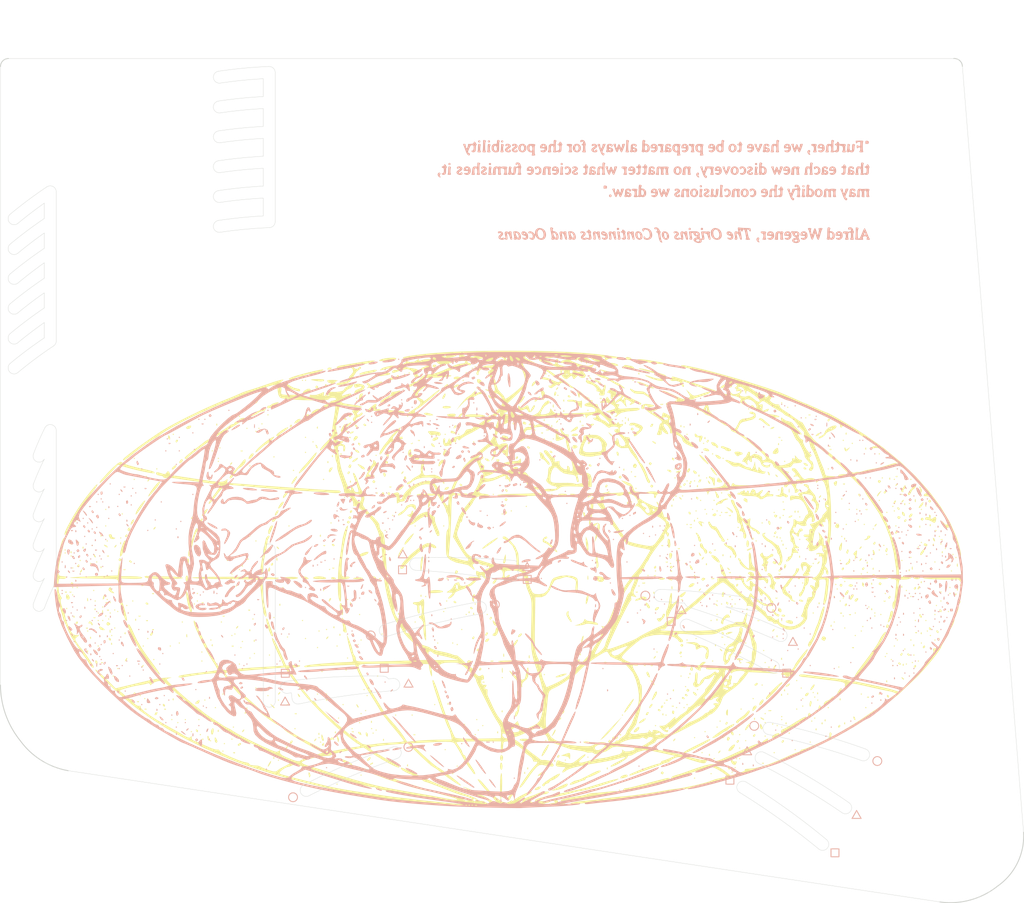
<source format=kicad_pcb>
(kicad_pcb (version 20210228) (generator pcbnew)
  (title_block (rev "1") (company "@e3w2q"))
  (layers (0 "F.Cu" signal) (31 "B.Cu" signal) (34 "B.Paste" user) (35 "F.Paste" user) (36 "B.SilkS" user "B.Silkscreen") (37 "F.SilkS" user "F.Silkscreen") (38 "B.Mask" user) (39 "F.Mask" user) (44 "Edge.Cuts" user))
  (net 0 "")
  (footprint "#footprint:M2_Hole" (layer "F.Cu") (at 219.075 126.0475)
    (fp_text reference "H1" hide)
    (fp_text value "MountingHole" hide)
    (pad "" np_thru_hole circle (at 0 0) (size 1.9 1.9) (drill 1.9) (layers F&B.Cu *.Mask))
  )
  (footprint "#footprint:M2_Hole" (layer "F.Cu") (at 123.825 25.0031)
    (fp_text reference "H5" hide)
    (fp_text value "MountingHole" hide)
    (pad "" np_thru_hole circle (at 0 0) (size 1.9 1.9) (drill 1.9) (layers F&B.Cu *.Mask))
  )
  (footprint "#footprint:M2_Hole" (layer "F.Cu") (at 207.9625 27.3844)
    (fp_text reference "H1" hide)
    (fp_text value "MountingHole" hide)
    (pad "" np_thru_hole circle (at 0 0) (size 1.9 1.9) (drill 1.9) (layers F&B.Cu *.Mask))
  )
  (footprint "#footprint:M2_Hole" (layer "F.Cu") (at 209.55 5.715)
    (fp_text reference "H1" hide)
    (fp_text value "MountingHole" hide)
    (pad "" np_thru_hole circle (at 0 0) (size 1.9 1.9) (drill 1.9) (layers F&B.Cu *.Mask))
  )
  (footprint "#footprint:M2_Hole" (layer "F.Cu") (at 161.925 65.4844)
    (fp_text reference "H3" hide)
    (fp_text value "MountingHole" hide)
    (pad "" np_thru_hole circle (at 0 0) (size 1.9 1.9) (drill 1.9) (layers F&B.Cu *.Mask))
  )
  (footprint "#footprint:pangaea_1" (layer "F.Cu") (at 139.3825 85.4075)
    (fp_text reference "G***")
    (fp_text value "LOGO" hide)
  )
  (footprint "#footprint:M2_Hole" (layer "F.Cu") (at 161.925 27.3844)
    (fp_text reference "H6" hide)
    (fp_text value "MountingHole" hide)
    (pad "" np_thru_hole circle (at 0 0) (size 1.9 1.9) (drill 1.9) (layers F&B.Cu *.Mask))
  )
  (footprint "#footprint:M2_Hole" (layer "F.Cu") (at 207.9625 57.9437)
    (fp_text reference "H2" hide)
    (fp_text value "MountingHole" hide)
    (pad "" np_thru_hole circle (at 0 0) (size 1.9 1.9) (drill 1.9) (layers F&B.Cu *.Mask))
  )
  (footprint "#footprint:M2_Hole" (layer "F.Cu") (at 123.825 63.1031)
    (fp_text reference "H4" hide)
    (fp_text value "MountingHole" hide)
    (pad "" np_thru_hole circle (at 0 0) (size 1.9 1.9) (drill 1.9) (layers F&B.Cu *.Mask))
  )
  (footprint "#footprint:pangaea_2" (layer "B.Cu") (at 139.3825 85.4075 180)
    (fp_text reference "G***")
    (fp_text value "LOGO" hide)
  )
  (footprint "#footprint:wegener_quote" (layer "B.Cu") (at 162.8775 23.8125 180)
    (fp_text reference "G***")
    (fp_text value "LOGO" hide)
  )
  (gr_line (start 177.125313 113.665) (end 178.554063 113.665) (layer "B.SilkS") (width 0.15))
  (gr_line (start 166.647813 91.1225) (end 168.076563 91.1225) (layer "B.SilkS") (width 0.15))
  (gr_line (start 122.912188 80.9625) (end 122.197813 82.2325) (layer "B.SilkS") (width 0.15))
  (gr_rect (start 183.515 100.0125) (end 184.785 101.2825) (layer "B.SilkS") (width 0.15) (fill none))
  (gr_line (start 195.302188 122.555) (end 194.587813 123.825) (layer "B.SilkS") (width 0.15))
  (gr_line (start 142.756518 82.978938) (end 142.042143 84.248938) (layer "B.SilkS") (width 0.15))
  (gr_line (start 185.142188 94.9325) (end 184.427813 96.2025) (layer "B.SilkS") (width 0.15))
  (gr_line (start 124.539375 102.87) (end 123.825 101.6) (layer "B.SilkS") (width 0.15))
  (gr_rect (start 174.458572 117.093259) (end 175.728572 118.363259) (layer "B.SilkS") (width 0.15) (fill none))
  (gr_line (start 122.197813 82.2325) (end 123.626563 82.2325) (layer "B.SilkS") (width 0.15))
  (gr_circle (center 123.808677 112.419442) (end 124.518629 112.419442) (layer "B.SilkS") (width 0.15) (fill none))
  (gr_rect (start 165.1 91.7575) (end 166.37 93.0275) (layer "B.SilkS") (width 0.15) (fill none))
  (gr_rect (start 119.317445 99.230929) (end 120.587445 100.500929) (layer "B.SilkS") (width 0.15) (fill none))
  (gr_line (start 184.427813 96.2025) (end 185.856563 96.2025) (layer "B.SilkS") (width 0.15))
  (gr_rect (start 142.131377 85.03573) (end 143.401377 86.30573) (layer "B.SilkS") (width 0.15) (fill none))
  (gr_line (start 168.076563 91.1225) (end 167.362188 89.8525) (layer "B.SilkS") (width 0.15))
  (gr_line (start 123.626563 82.2325) (end 122.912188 80.9625) (layer "B.SilkS") (width 0.15))
  (gr_line (start 143.470893 84.248938) (end 142.756518 82.978938) (layer "B.SilkS") (width 0.15))
  (gr_rect (start 122.237582 83.507885) (end 123.507582 84.777885) (layer "B.SilkS") (width 0.15) (fill none))
  (gr_circle (center 117.7925 94.615) (end 118.502452 94.615) (layer "B.SilkS") (width 0.15) (fill none))
  (gr_line (start 104.14 104.4575) (end 103.425625 105.7275) (layer "B.SilkS") (width 0.15))
  (gr_circle (center 181.715805 90.21615) (end 182.425757 90.21615) (layer "B.SilkS") (width 0.15) (fill none))
  (gr_circle (center 178.97221 109.04909) (end 179.682162 109.04909) (layer "B.SilkS") (width 0.15) (fill none))
  (gr_line (start 167.362188 89.8525) (end 166.647813 91.1225) (layer "B.SilkS") (width 0.15))
  (gr_line (start 178.554063 113.665) (end 177.839688 112.395) (layer "B.SilkS") (width 0.15))
  (gr_rect (start 191.217564 128.676777) (end 192.487564 129.946777) (layer "B.SilkS") (width 0.15) (fill none))
  (gr_circle (center 161.6075 88.265) (end 162.317452 88.265) (layer "B.SilkS") (width 0.15) (fill none))
  (gr_circle (center 105.402003 120.446384) (end 106.111955 120.446384) (layer "B.SilkS") (width 0.15) (fill none))
  (gr_circle (center 137.599586 89.689813) (end 138.309538 89.689813) (layer "B.SilkS") (width 0.15) (fill none))
  (gr_line (start 123.825 101.6) (end 123.110625 102.87) (layer "B.SilkS") (width 0.15))
  (gr_line (start 196.016563 123.825) (end 195.302188 122.555) (layer "B.SilkS") (width 0.15))
  (gr_line (start 123.110625 102.87) (end 124.539375 102.87) (layer "B.SilkS") (width 0.15))
  (gr_circle (center 198.607089 114.666033) (end 199.317041 114.666033) (layer "B.SilkS") (width 0.15) (fill none))
  (gr_line (start 177.839688 112.395) (end 177.125313 113.665) (layer "B.SilkS") (width 0.15))
  (gr_line (start 185.856563 96.2025) (end 185.142188 94.9325) (layer "B.SilkS") (width 0.15))
  (gr_rect (start 103.537232 100.028657) (end 104.807232 101.298657) (layer "B.SilkS") (width 0.15) (fill none))
  (gr_line (start 142.042143 84.248938) (end 143.470893 84.248938) (layer "B.SilkS") (width 0.15))
  (gr_line (start 194.587813 123.825) (end 196.016563 123.825) (layer "B.SilkS") (width 0.15))
  (gr_line (start 103.425625 105.7275) (end 104.854375 105.7275) (layer "B.SilkS") (width 0.15))
  (gr_line (start 104.854375 105.7275) (end 104.14 104.4575) (layer "B.SilkS") (width 0.15))
  (gr_arc (start 115.721304 218.187869) (end 189.274407 128.712934) (angle -7.66672271) (layer "Edge.Cuts") (width 0.05))
  (gr_arc (start 104.81179 95.499953) (end 100.65 18.14) (angle -5.302064445) (layer "Edge.Cuts") (width 0.05))
  (gr_arc (start 101.598805 4.7625) (end 102.5525 4.7625) (angle -92.86810549) (layer "Edge.Cuts") (width 0.05))
  (gr_line (start 100.65 5.76) (end 100.65 8.61) (layer "Edge.Cuts") (width 0.05))
  (gr_line (start 58.7375 3.81) (end 58.733747 102.5525) (layer "Edge.Cuts") (width 0.05))
  (gr_arc (start 104.402404 102.901946) (end 104.28 101.95) (angle -176.1132951) (layer "Edge.Cuts") (width 0.05))
  (gr_arc (start 102.46318 84.858045) (end 65.72 66.49) (angle -6.004613158) (layer "Edge.Cuts") (width 0.05))
  (gr_arc (start 127.126451 221.497996) (end 182.783027 95.478511) (angle -6.342811818) (layer "Edge.Cuts") (width 0.05))
  (gr_arc (start 154.656762 210.450325) (end 121.349171 112.42008) (angle -8.598049957) (layer "Edge.Cuts") (width 0.05))
  (gr_arc (start 64.891201 80.282897) (end 64.001858 79.931326) (angle -171.6425166) (layer "Edge.Cuts") (width 0.05))
  (gr_arc (start 168.860413 89.105925) (end 167.87 89.46) (angle -51.44910692) (layer "Edge.Cuts") (width 0.05))
  (gr_arc (start 129.341889 214.824592) (end 121.483776 103.441394) (angle -7.852070538) (layer "Edge.Cuts") (width 0.05))
  (gr_arc (start 104.733743 90.207761) (end 100.65 15.29) (angle -5.260598077) (layer "Edge.Cuts") (width 0.05))
  (gr_arc (start 104.702904 89.998356) (end 100.65 13.38) (angle -5.353138928) (layer "Edge.Cuts") (width 0.05))
  (gr_line (start 102.5525 80.9625) (end 102.574209 81.306749) (layer "Edge.Cuts") (width 0.05))
  (gr_line (start 208.5975 137.16) (end 69.5325 116.205) (layer "Edge.Cuts") (width 0.05))
  (gr_line (start 65.716396 35.149601) (end 65.720857 37.604647) (layer "Edge.Cuts") (width 0.05))
  (gr_arc (start 183.240278 94.617117) (end 182.783027 95.478511) (angle -177.2370691) (layer "Edge.Cuts") (width 0.05))
  (gr_arc (start 99.815858 89.273574) (end 65.720651 39.943856) (angle -5.03421477) (layer "Edge.Cuts") (width 0.05))
  (gr_arc (start 71.630719 104.370598) (end 61.9125 111.4425) (angle -43.90283148) (layer "Edge.Cuts") (width 0.15))
  (gr_arc (start 101.6 80.9625) (end 102.5525 80.9625) (angle -180) (layer "Edge.Cuts") (width 0.05))
  (gr_arc (start 105.921877 91.867316) (end 65.716396 35.149601) (angle -4.401289798) (layer "Edge.Cuts") (width 0.05))
  (gr_arc (start 157.239599 214.853769) (end 135.419681 91.156699) (angle -7.039742293) (layer "Edge.Cuts") (width 0.05))
  (gr_arc (start 118.379163 214.100426) (end 182.59 98.87) (angle -6.797450167) (layer "Edge.Cuts") (width 0.05))
  (gr_arc (start 60.913572 37.632346) (end 60.286715 36.908897) (angle -175.5464086) (layer "Edge.Cuts") (width 0.05))
  (gr_arc (start 125.00001 83.231026) (end 124.967039 82.249546) (angle -175.1388256) (layer "Edge.Cuts") (width 0.05))
  (gr_arc (start 103.524618 90.018312) (end 65.72 71.23) (angle -5.859643081) (layer "Edge.Cuts") (width 0.05))
  (gr_arc (start 106.2001 104.611954) (end 105.253389 104.756505) (angle -89.7631304) (layer "Edge.Cuts") (width 0.05))
  (gr_arc (start 210.885804 3.83097) (end 212.177903 3.773363) (angle -90.94672177) (layer "Edge.Cuts") (width 0.15))
  (gr_arc (start 101.598046 28.575) (end 101.659079 29.5275) (angle -86.33369119) (layer "Edge.Cuts") (width 0.05))
  (gr_arc (start 135.274104 90.192371) (end 135.419681 91.156699) (angle -181.6854553) (layer "Edge.Cuts") (width 0.05))
  (gr_arc (start 104.775 80.9625) (end 65.823122 61.481223) (angle -6.015286516) (layer "Edge.Cuts") (width 0.05))
  (gr_arc (start 177.17451 118.855539) (end 177.7 118.03) (angle -182.1255351) (layer "Edge.Cuts") (width 0.05))
  (gr_arc (start 104.599516 85.513749) (end 65.720035 28.07629) (angle -5.620714911) (layer "Edge.Cuts") (width 0.05))
  (gr_arc (start 193.537251 122.115444) (end 192.998474 122.925554) (angle -178.4043726) (layer "Edge.Cuts") (width 0.05))
  (gr_line (start 179.118709 90.712615) (end 174.452103 90.052496) (layer "Edge.Cuts") (width 0.05))
  (gr_arc (start 129.359626 215.376763) (end 140.647457 82.656246) (angle -6.751098225) (layer "Edge.Cuts") (width 0.05))
  (gr_arc (start 180.085492 114.160245) (end 180.537032 113.292048) (angle -182.1255351) (layer "Edge.Cuts") (width 0.05))
  (gr_arc (start 103.563726 93.791478) (end 65.720857 37.604647) (angle -5.747592294) (layer "Edge.Cuts") (width 0.05))
  (gr_arc (start 104.775 104.782858) (end 67.23291 48.394451) (angle -6.146591726) (layer "Edge.Cuts") (width 0.05))
  (gr_arc (start 158.674396 219.066068) (end 179.601719 88.823487) (angle -6.797450167) (layer "Edge.Cuts") (width 0.05))
  (gr_line (start 102.574209 81.306749) (end 102.574209 105.119249) (layer "Edge.Cuts") (width 0.05))
  (gr_arc (start 182.020587 99.661736) (end 181.49 100.48) (angle -177.2370691) (layer "Edge.Cuts") (width 0.05))
  (gr_arc (start 104.509523 93.449175) (end 100.65 20.06) (angle -5.374396917) (layer "Edge.Cuts") (width 0.05))
  (gr_arc (start 196.400638 113.658518) (end 196.089891 114.58047) (angle -178.4043726) (layer "Edge.Cuts") (width 0.05))
  (gr_arc (start 104.978511 106.155184) (end 100.65 27.66) (angle -5.233778184) (layer "Edge.Cuts") (width 0.05))
  (gr_arc (start 64.89041 70.766622) (end 64.000138 70.434427) (angle -171.2763999) (layer "Edge.Cuts") (width 0.05))
  (gr_line (start 100.6475 80.9625) (end 100.6475 104.775) (layer "Edge.Cuts") (width 0.05))
  (gr_arc (start 140.441251 84.978735) (end 140.27446 85.951355) (angle -138.5599743) (layer "Edge.Cuts") (width 0.05))
  (gr_arc (start 120.13294 93.831944) (end 119.848845 92.898294) (angle -180.436406) (layer "Edge.Cuts") (width 0.05))
  (gr_arc (start 104.775 80.9625) (end 66.144961 23.016511) (angle -6.016319027) (layer "Edge.Cuts") (width 0.05))
  (gr_arc (start 103.429187 103.154772) (end 65.72 47.13) (angle -5.770315718) (layer "Edge.Cuts") (width 0.05))
  (gr_arc (start 127.523517 218.470585) (end 192.998474 122.925554) (angle -7.66672271) (layer "Edge.Cuts") (width 0.05))
  (gr_arc (start 60.909261 32.87579) (end 60.281386 32.160409) (angle -177.7585352) (layer "Edge.Cuts") (width 0.05))
  (gr_arc (start 103.736787 94.859923) (end 65.72 75.98) (angle -5.818513558) (layer "Edge.Cuts") (width 0.05))
  (gr_arc (start 117.55058 204.630164) (end 119.78 101.12) (angle -8.598049957) (layer "Edge.Cuts") (width 0.05))
  (gr_line (start 100.65 15.29) (end 100.65 18.14) (layer "Edge.Cuts") (width 0.05))
  (gr_arc (start 115.061892 221.169153) (end 181.49 100.48) (angle -6.342811818) (layer "Edge.Cuts") (width 0.05))
  (gr_arc (start 60.007499 3.81) (end 60.0075 2.54) (angle -90) (layer "Edge.Cuts") (width 0.15))
  (gr_arc (start 104.256222 95.989221) (end 100.65 24.82) (angle -5.536847736) (layer "Edge.Cuts") (width 0.05))
  (gr_arc (start 104.775 104.775) (end 67.505514 86.186066) (angle -6.022493696) (layer "Edge.Cuts") (width 0.05))
  (gr_arc (start 104.372558 99.773264) (end 65.720886 44.684918) (angle -4.597082404) (layer "Edge.Cuts") (width 0.05))
  (gr_line (start 67.6275 61.9125) (end 67.6275 85.725) (layer "Edge.Cuts") (width 0.05))
  (gr_line (start 105.253389 104.756505) (end 105.137309 103.784677) (layer "Edge.Cuts") (width 0.05))
  (gr_arc (start 60.909774 42.396397) (end 60.284203 41.676935) (angle -179.06026) (layer "Edge.Cuts") (width 0.05))
  (gr_arc (start 105.037862 82.746776) (end 100.65 5.76) (angle -5.119848825) (layer "Edge.Cuts") (width 0.05))
  (gr_arc (start 60.909457 47.159763) (end 60.289048 46.434202) (angle -172.5105186) (layer "Edge.Cuts") (width 0.05))
  (gr_arc (start 104.775 80.9625) (end 101.551085 3.81) (angle -5.989827654) (layer "Edge.Cuts") (width 0.05))
  (gr_arc (start 121.683887 113.336538) (end 121.969126 114.269581) (angle -183.0647965) (layer "Edge.Cuts") (width 0.05))
  (gr_arc (start 93.648931 15.037608) (end 93.519641 14.092275) (angle -181.2191407) (layer "Edge.Cuts") (width 0.05))
  (gr_line (start 65.722302 25.627744) (end 65.720035 28.07629) (layer "Edge.Cuts") (width 0.05))
  (gr_arc (start 120.612739 211.218679) (end 190.51 127.21) (angle -8.269698177) (layer "Edge.Cuts") (width 0.05))
  (gr_line (start 210.806856 2.54) (end 60.0075 2.54) (layer "Edge.Cuts") (width 0.05))
  (gr_arc (start 104.826574 85.787122) (end 65.72258 30.386495) (angle -4.486562594) (layer "Edge.Cuts") (width 0.05))
  (gr_line (start 100.65 10.53) (end 100.65 13.38) (layer "Edge.Cuts") (width 0.05))
  (gr_arc (start 104.855131 86.2691) (end 100.65 8.61) (angle -5.282968855) (layer "Edge.Cuts") (width 0.05))
  (gr_arc (start 189.881739 127.952864) (end 189.274407 128.712934) (angle -178.4043726) (layer "Edge.Cuts") (width 0.05))
  (gr_arc (start 101.621709 105.119249) (end 100.669209 105.119249) (angle -180) (layer "Edge.Cuts") (width 0.05))
  (gr_arc (start 157.574812 223.816049) (end 196.089891 114.58047) (angle -7.66672271) (layer "Edge.Cuts") (width 0.05))
  (gr_arc (start 93.648198 24.559925) (end 93.52173 23.616107) (angle -181.5409064) (layer "Edge.Cuts") (width 0.05))
  (gr_arc (start 179.337435 89.762227) (end 179.118709 90.712615) (angle -177.2370691) (layer "Edge.Cuts") (width 0.05))
  (gr_line (start 100.65 24.82) (end 100.65 27.66) (layer "Edge.Cuts") (width 0.05))
  (gr_arc (start 60.911842 51.922152) (end 60.278298 51.205194) (angle -169.9869939) (layer "Edge.Cuts") (width 0.05))
  (gr_arc (start 93.651098 10.272167) (end 93.517432 9.327073) (angle -180.276669) (layer "Edge.Cuts") (width 0.05))
  (gr_line (start 67.6275 23.8125) (end 67.6275 47.625) (layer "Edge.Cuts") (width 0.05))
  (gr_arc (start 131.788934 211.101599) (end 194.098376 121.32065) (angle -8.269698177) (layer "Edge.Cuts") (width 0.05))
  (gr_line (start 120.59888 101.543302) (end 121.363632 101.494454) (layer "Edge.Cuts") (width 0.05))
  (gr_arc (start 66.679989 47.625) (end 67.23291 48.394451) (angle -54.29929449) (layer "Edge.Cuts") (width 0.05))
  (gr_arc (start 64.893058 85.051406) (end 64.007029 84.693866) (angle -171.9154129) (layer "Edge.Cuts") (width 0.05))
  (gr_arc (start 60.909567 28.107932) (end 60.284314 27.384554) (angle -178.4740068) (layer "Edge.Cuts") (width 0.05))
  (gr_arc (start 158.387573 219.823661) (end 121.969126 114.269581) (angle -7.852070538) (layer "Edge.Cuts") (width 0.05))
  (gr_arc (start 66.672543 23.8125) (end 67.6275 23.8125) (angle -123.5364418) (layer "Edge.Cuts") (width 0.05))
  (gr_arc (start 105.383499 100.745382) (end 65.718812 42.350807) (angle -5.516350234) (layer "Edge.Cuts") (width 0.05))
  (gr_arc (start 104.184599 89.776486) (end 65.720097 32.833635) (angle -5.665329786) (layer "Edge.Cuts") (width 0.05))
  (gr_arc (start 64.894814 66.002847) (end 63.996076 65.670403) (angle -169.7437727) (layer "Edge.Cuts") (width 0.05))
  (gr_arc (start 103.450088 104.277399) (end 65.72 85.53) (angle -5.837694098) (layer "Edge.Cuts") (width 0.05))
  (gr_arc (start 181.34828 109.455957) (end 181.559727 108.500476) (angle -182.1255351) (layer "Edge.Cuts") (width 0.05))
  (gr_arc (start 104.314574 80.407841) (end 65.722302 25.627744) (angle -4.531038042) (layer "Edge.Cuts") (width 0.05))
  (gr_arc (start 159.787656 215.594183) (end 196.736936 112.745576) (angle -8.269698177) (layer "Edge.Cuts") (width 0.05))
  (gr_arc (start 93.654291 5.513656) (end 93.517677 4.567642) (angle -180.3849007) (layer "Edge.Cuts") (width 0.05))
  (gr_arc (start 158.547618 220.352426) (end 135.100228 89.232745) (angle -6.751098225) (layer "Edge.Cuts") (width 0.05))
  (gr_line (start 221.9325 126.0475) (end 212.177903 3.773363) (layer "Edge.Cuts") (width 0.05))
  (gr_arc (start 64.890075 89.819433) (end 64.008855 89.464781) (angle -178.3747344) (layer "Edge.Cuts") (width 0.05))
  (gr_arc (start 104.57491 84.368296) (end 100.65 10.53) (angle -5.344616944) (layer "Edge.Cuts") (width 0.05))
  (gr_arc (start 159.753562 185.868326) (end 167.87 89.46) (angle -2.326332369) (layer "Edge.Cuts") (width 0.05))
  (gr_line (start 65.720651 39.943856) (end 65.718812 42.350807) (layer "Edge.Cuts") (width 0.05))
  (gr_arc (start 164.016116 88.237005) (end 164.039132 87.262038) (angle -177.4650155) (layer "Edge.Cuts") (width 0.05))
  (gr_line (start 100.65 20.06) (end 100.65 22.9) (layer "Edge.Cuts") (width 0.05))
  (gr_line (start 102.5525 4.7625) (end 102.5525 28.575) (layer "Edge.Cuts") (width 0.05))
  (gr_arc (start 212.211319 126.646838) (end 217.805 134.62) (angle -58.47587388) (layer "Edge.Cuts") (width 0.15))
  (gr_arc (start 168.144913 92.988297) (end 168.5 92.08) (angle -177.4650155) (layer "Edge.Cuts") (width 0.05))
  (gr_arc (start 119.781055 102.121668) (end 120.59888 101.543302) (angle -54.79238855) (layer "Edge.Cuts") (width 0.05))
  (gr_arc (start 107.508419 119.354009) (end 107.067811 118.501338) (angle -176.1132951) (layer "Edge.Cuts") (width 0.05))
  (gr_arc (start 64.88429 75.530451) (end 63.999396 75.187714) (angle -172.8954713) (layer "Edge.Cuts") (width 0.05))
  (gr_arc (start 121.449746 102.466317) (end 121.483776 103.441394) (angle -183.0647965) (layer "Edge.Cuts") (width 0.05))
  (gr_arc (start 72.994379 102.466702) (end 58.733747 102.5525) (angle -38.66112515) (layer "Edge.Cuts") (width 0.15))
  (gr_arc (start 93.650207 29.325046) (end 93.507741 28.382108) (angle -180.0088025) (layer "Edge.Cuts") (width 0.05))
  (gr_line (start 65.72258 30.386495) (end 65.720097 32.833635) (layer "Edge.Cuts") (width 0.05))
  (gr_arc (start 210.250804 125.194633) (end 208.5975 137.16) (angle -46.57828273) (layer "Edge.Cuts") (width 0.15))
  (gr_arc (start 118.471585 209.651431) (end 140.27446 85.951355) (angle -7.039742293) (layer "Edge.Cuts") (width 0.05))
  (gr_line (start 104.46 103.86) (end 105.137309 103.784677) (layer "Edge.Cuts") (width 0.05))
  (gr_arc (start 140.566839 83.627609) (end 141.21 84.36) (angle -133.9671322) (layer "Edge.Cuts") (width 0.05))
  (gr_arc (start 93.650918 19.800608) (end 93.519247 18.855572) (angle -180.6368601) (layer "Edge.Cuts") (width 0.05))
  (gr_arc (start 104.843126 100.47536) (end 100.65 22.9) (angle -5.2854746) (layer "Edge.Cuts") (width 0.05))
  (gr_arc (start 66.695169 85.725) (end 67.505514 86.186066) (angle -29.63879166) (layer "Edge.Cuts") (width 0.05))
  (gr_line (start 100.6475 104.775) (end 100.669209 105.119249) (layer "Edge.Cuts") (width 0.05))
  (gr_arc (start 103.207062 99.423329) (end 65.72 80.76) (angle -5.873127068) (layer "Edge.Cuts") (width 0.05))
  (gr_line (start 65.720886 44.684918) (end 65.72 47.13) (layer "Edge.Cuts") (width 0.05))
  (gr_arc (start 66.673769 61.9125) (end 67.6275 61.9125) (angle -153.1150468) (layer "Edge.Cuts") (width 0.05))
  (gr_arc (start 104.775 104.782858) (end 101.659079 29.5275) (angle -6.013074189) (layer "Edge.Cuts") (width 0.05))
  (gr_arc (start 131.983288 209.325773) (end 183.73852 93.778766) (angle -4.529381969) (layer "Edge.Cuts") (width 0.05))
)
</source>
